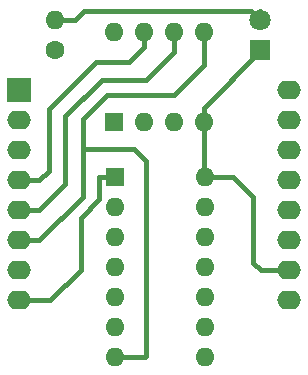
<source format=gbr>
G04 #@! TF.GenerationSoftware,KiCad,Pcbnew,(5.1.9)-1*
G04 #@! TF.CreationDate,2024-02-11T16:19:47+01:00*
G04 #@! TF.ProjectId,wemos_as_isp_0,77656d6f-735f-4617-935f-6973705f302e,rev?*
G04 #@! TF.SameCoordinates,Original*
G04 #@! TF.FileFunction,Copper,L1,Top*
G04 #@! TF.FilePolarity,Positive*
%FSLAX46Y46*%
G04 Gerber Fmt 4.6, Leading zero omitted, Abs format (unit mm)*
G04 Created by KiCad (PCBNEW (5.1.9)-1) date 2024-02-11 16:19:47*
%MOMM*%
%LPD*%
G01*
G04 APERTURE LIST*
G04 #@! TA.AperFunction,ComponentPad*
%ADD10O,1.600000X1.600000*%
G04 #@! TD*
G04 #@! TA.AperFunction,ComponentPad*
%ADD11R,1.600000X1.600000*%
G04 #@! TD*
G04 #@! TA.AperFunction,ComponentPad*
%ADD12C,1.600000*%
G04 #@! TD*
G04 #@! TA.AperFunction,ComponentPad*
%ADD13C,1.800000*%
G04 #@! TD*
G04 #@! TA.AperFunction,ComponentPad*
%ADD14R,1.800000X1.800000*%
G04 #@! TD*
G04 #@! TA.AperFunction,ComponentPad*
%ADD15O,2.000000X1.600000*%
G04 #@! TD*
G04 #@! TA.AperFunction,ComponentPad*
%ADD16R,2.000000X2.000000*%
G04 #@! TD*
G04 #@! TA.AperFunction,Conductor*
%ADD17C,0.406400*%
G04 #@! TD*
G04 APERTURE END LIST*
D10*
X141100000Y-68980000D03*
X148720000Y-76600000D03*
X143640000Y-68980000D03*
X146180000Y-76600000D03*
X146180000Y-68980000D03*
X143640000Y-76600000D03*
X148720000Y-68980000D03*
D11*
X141100000Y-76600000D03*
D10*
X148820000Y-81200000D03*
X141200000Y-96440000D03*
X148820000Y-83740000D03*
X141200000Y-93900000D03*
X148820000Y-86280000D03*
X141200000Y-91360000D03*
X148820000Y-88820000D03*
X141200000Y-88820000D03*
X148820000Y-91360000D03*
X141200000Y-86280000D03*
X148820000Y-93900000D03*
X141200000Y-83740000D03*
X148820000Y-96440000D03*
D11*
X141200000Y-81200000D03*
D10*
X136100000Y-67960000D03*
D12*
X136100000Y-70500000D03*
D13*
X153500000Y-67960000D03*
D14*
X153500000Y-70500000D03*
D15*
X155960000Y-73900000D03*
X155960000Y-76440000D03*
X155960000Y-78980000D03*
X155960000Y-81520000D03*
X155960000Y-84060000D03*
X155960000Y-86600000D03*
X155960000Y-89140000D03*
X155960000Y-91680000D03*
X133100000Y-91680000D03*
X133100000Y-89140000D03*
X133100000Y-86600000D03*
X133100000Y-84060000D03*
X133100000Y-81520000D03*
X133100000Y-78980000D03*
D16*
X133100000Y-73900000D03*
D15*
X133100000Y-76440000D03*
D17*
X153500000Y-67200000D02*
X153500000Y-67960000D01*
X153040000Y-67500000D02*
X153500000Y-67960000D01*
X136100000Y-67960000D02*
X137840000Y-67960000D01*
X137840000Y-67960000D02*
X138600000Y-67200000D01*
X152740000Y-67200000D02*
X153500000Y-67960000D01*
X138600000Y-67200000D02*
X152740000Y-67200000D01*
X153500000Y-70500000D02*
X153500000Y-70600000D01*
X148720000Y-75380000D02*
X148720000Y-76600000D01*
X153500000Y-70600000D02*
X148720000Y-75380000D01*
X148720000Y-81100000D02*
X148820000Y-81200000D01*
X148720000Y-76600000D02*
X148720000Y-81100000D01*
X148820000Y-81200000D02*
X151200000Y-81200000D01*
X151200000Y-81200000D02*
X152900000Y-82900000D01*
X152900000Y-82900000D02*
X152900000Y-88500000D01*
X153540000Y-89140000D02*
X155960000Y-89140000D01*
X152900000Y-88500000D02*
X153540000Y-89140000D01*
X133100000Y-91680000D02*
X135720000Y-91680000D01*
X135720000Y-91680000D02*
X138300000Y-89100000D01*
X138300000Y-89100000D02*
X138300000Y-84700000D01*
X138300000Y-84700000D02*
X139900000Y-83100000D01*
X139900000Y-83100000D02*
X139900000Y-81200000D01*
X139900000Y-81200000D02*
X141200000Y-81200000D01*
X148720000Y-68980000D02*
X148720000Y-71780000D01*
X148720000Y-71780000D02*
X146200000Y-74300000D01*
X146200000Y-74300000D02*
X140500000Y-74300000D01*
X140500000Y-74300000D02*
X138500000Y-76300000D01*
X134800000Y-86600000D02*
X133100000Y-86600000D01*
X138500000Y-82900000D02*
X134800000Y-86600000D01*
X141200000Y-96440000D02*
X143760000Y-96440000D01*
X143760000Y-96440000D02*
X143800000Y-96400000D01*
X143800000Y-96400000D02*
X143800000Y-79900000D01*
X142800000Y-78900000D02*
X138500000Y-78900000D01*
X143800000Y-79900000D02*
X142800000Y-78900000D01*
X138500000Y-78900000D02*
X138500000Y-82900000D01*
X138500000Y-76300000D02*
X138500000Y-78900000D01*
X146180000Y-68980000D02*
X146180000Y-70620000D01*
X146180000Y-70620000D02*
X143800000Y-73000000D01*
X143800000Y-73000000D02*
X140100000Y-73000000D01*
X140100000Y-73000000D02*
X137000000Y-76100000D01*
X137000000Y-76100000D02*
X137000000Y-81800000D01*
X134740000Y-84060000D02*
X133100000Y-84060000D01*
X137000000Y-81800000D02*
X134740000Y-84060000D01*
X143640000Y-68980000D02*
X143640000Y-70260000D01*
X143640000Y-70260000D02*
X142400000Y-71500000D01*
X142400000Y-71500000D02*
X139600000Y-71500000D01*
X139600000Y-71500000D02*
X135600000Y-75500000D01*
X135600000Y-75500000D02*
X135600000Y-80700000D01*
X134780000Y-81520000D02*
X133100000Y-81520000D01*
X135600000Y-80700000D02*
X134780000Y-81520000D01*
M02*

</source>
